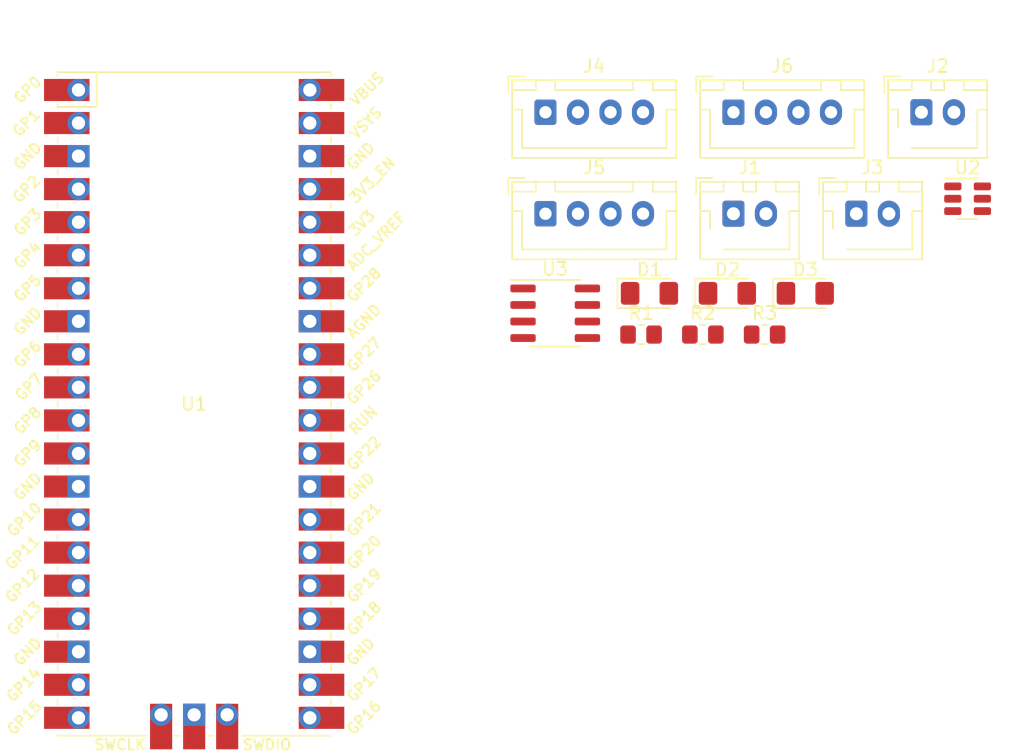
<source format=kicad_pcb>
(kicad_pcb (version 20211014) (generator pcbnew)
  (layers (0 "F.Cu" signal) (31 "B.Cu" signal) (34 "B.Paste" user) (35 "F.Paste" user) (36 "B.SilkS" user "B.Silkscreen") (37 "F.SilkS" user "F.Silkscreen") (38 "B.Mask" user) (39 "F.Mask" user) (44 "Edge.Cuts" user))
  (net 0 "")
  (net 1 "Net-(U1-Pad43)")
  (net 2 "Net-(U1-Pad41)")
  (net 3 "Net-(U1-Pad21)")
  (net 4 "Net-(U1-Pad30)")
  (net 5 "Net-(U1-Pad31)")
  (net 6 "Net-(U1-Pad32)")
  (net 7 "Net-(U1-Pad33)")
  (net 8 "Net-(U1-Pad34)")
  (net 9 "Net-(U1-Pad35)")
  (net 10 "Net-(U1-Pad37)")
  (net 11 "Net-(U1-Pad39)")
  (net 12 "Net-(U1-Pad40)")
  (net 13 "Net-(U1-Pad20)")
  (net 14 "Net-(U1-Pad19)")
  (net 15 "Net-(U1-Pad17)")
  (net 16 "Net-(U1-Pad16)")
  (net 17 "Net-(U1-Pad15)")
  (net 18 "Net-(U1-Pad14)")
  (net 19 "Net-(U1-Pad12)")
  (net 20 "LEDA")
  (net 21 "Net-(D1-Pad1)")
  (net 22 "LEDB")
  (net 23 "Net-(D2-Pad1)")
  (net 24 "LEDC")
  (net 25 "Net-(D3-Pad1)")
  (net 26 "MOTOR1_DIR")
  (net 27 "MOTOR1_PWM")
  (net 28 "MOTOR2_DIR")
  (net 29 "MOTOR2_PWM")
  (net 30 "MOTOR3_DIR")
  (net 31 "MOTOR3_PWM")
  (net 32 "ENC1_B")
  (net 33 "ENC1_A")
  (net 34 "+3V3")
  (net 35 "GND")
  (net 36 "ENC2_B")
  (net 37 "ENC2_A")
  (net 38 "ENC3_B")
  (net 39 "ENC3_A")
  (footprint "MCU_RaspberryPi_and_Boards:RPi_Pico_SMD_TH" (layer "F.Cu") (at 93 89.75)
    (fp_text reference "U1" (at 0 0) (layer "F.SilkS"))
    (fp_text value "Pico")
    (fp_text user "GP19" (at 13.054 13.97 45) (layer "F.SilkS") (effects (font (size 0.8 0.8))))
    (fp_text user "GP6" (at -12.8 -3.81 45) (layer "F.SilkS") (effects (font (size 0.8 0.8))))
    (fp_text user "GND" (at -12.8 -19.05 45) (layer "F.SilkS") (effects (font (size 0.8 0.8))))
    (fp_text user "GP9" (at -12.8 3.81 45) (layer "F.SilkS") (effects (font (size 0.8 0.8))))
    (fp_text user "VBUS" (at 13.3 -24.2 45) (layer "F.SilkS") (effects (font (size 0.8 0.8))))
    (fp_text user "GP17" (at 13.054 21.59 45) (layer "F.SilkS") (effects (font (size 0.8 0.8))))
    (fp_text user "GP21" (at 13.054 8.9 45) (layer "F.SilkS") (effects (font (size 0.8 0.8))))
    (fp_text user "GND" (at -12.8 -6.35 45) (layer "F.SilkS") (effects (font (size 0.8 0.8))))
    (fp_text user "VSYS" (at 13.2 -21.59 45) (layer "F.SilkS") (effects (font (size 0.8 0.8))))
    (fp_text user "SWDIO" (at 5.6 26.2) (layer "F.SilkS") (effects (font (size 0.8 0.8))))
    (fp_text user "GND" (at 12.8 -19.05 45) (layer "F.SilkS") (effects (font (size 0.8 0.8))))
    (fp_text user "GND" (at 12.8 19.05 45) (layer "F.SilkS") (effects (font (size 0.8 0.8))))
    (fp_text user "GP13" (at -13.054 16.51 45) (layer "F.SilkS") (effects (font (size 0.8 0.8))))
    (fp_text user "GND" (at -12.8 6.35 45) (layer "F.SilkS") (effects (font (size 0.8 0.8))))
    (fp_text user "GP10" (at -13.054 8.89 45) (layer "F.SilkS") (effects (font (size 0.8 0.8))))
    (fp_text user "GP0" (at -12.8 -24.13 45) (layer "F.SilkS") (effects (font (size 0.8 0.8))))
    (fp_text user "GP15" (at -13.054 24.13 45) (layer "F.SilkS") (effects (font (size 0.8 0.8))))
    (fp_text user "GP14" (at -13.1 21.59 45) (layer "F.SilkS") (effects (font (size 0.8 0.8))))
    (fp_text user "GP22" (at 13.054 3.81 45) (layer "F.SilkS") (effects (font (size 0.8 0.8))))
    (fp_text user "3V3" (at 12.9 -13.9 45) (layer "F.SilkS") (effects (font (size 0.8 0.8))))
    (fp_text user "GP20" (at 13.054 11.43 45) (layer "F.SilkS") (effects (font (size 0.8 0.8))))
    (fp_text user "GND" (at 12.8 6.35 45) (layer "F.SilkS") (effects (font (size 0.8 0.8))))
    (fp_text user "GP4" (at -12.8 -11.43 45) (layer "F.SilkS") (effects (font (size 0.8 0.8))))
    (fp_text user "3V3_EN" (at 13.7 -17.2 45) (layer "F.SilkS") (effects (font (size 0.8 0.8))))
    (fp_text user "GP8" (at -12.8 1.27 45) (layer "F.SilkS") (effects (font (size 0.8 0.8))))
    (fp_text user "SWCLK" (at -5.7 26.2) (layer "F.SilkS") (effects (font (size 0.8 0.8))))
    (fp_text user "GP7" (at -12.7 -1.3 45) (layer "F.SilkS") (effects (font (size 0.8 0.8))))
    (fp_text user "ADC_VREF" (at 14 -12.5 45) (layer "F.SilkS") (effects (font (size 0.8 0.8))))
    (fp_text user "GP3" (at -12.8 -13.97 45) (layer "F.SilkS") (effects (font (size 0.8 0.8))))
    (fp_text user "GP11" (at -13.2 11.43 45) (layer "F.SilkS") (effects (font (size 0.8 0.8))))
    (fp_text user "GP26" (at 13.054 -1.27 45) (layer "F.SilkS") (effects (font (size 0.8 0.8))))
    (fp_text user "RUN" (at 13 1.27 45) (layer "F.SilkS") (effects (font (size 0.8 0.8))))
    (fp_text user "GP18" (at 13.054 16.51 45) (layer "F.SilkS") (effects (font (size 0.8 0.8))))
    (fp_text user "GND" (at -12.8 19.05 45) (layer "F.SilkS") (effects (font (size 0.8 0.8))))
    (fp_text user "GP5" (at -12.8 -8.89 45) (layer "F.SilkS") (effects (font (size 0.8 0.8))))
    (fp_text user "AGND" (at 13.054 -6.35 45) (layer "F.SilkS") (effects (font (size 0.8 0.8))))
    (fp_text user "GP2" (at -12.9 -16.51 45) (layer "F.SilkS") (effects (font (size 0.8 0.8))))
    (fp_text user "GP12" (at -13.2 13.97 45) (layer "F.SilkS") (effects (font (size 0.8 0.8))))
    (fp_text user "GP16" (at 13.054 24.13 45) (layer "F.SilkS") (effects (font (size 0.8 0.8))))
    (fp_text user "GP28" (at 13.054 -9.144 45) (layer "F.SilkS") (effects (font (size 0.8 0.8))))
    (fp_text user "GP27" (at 13.054 -3.8 45) (layer "F.SilkS") (effects (font (size 0.8 0.8))))
    (fp_text user "GP1" (at -12.9 -21.6 45) (layer "F.SilkS") (effects (font (size 0.8 0.8))))
    (fp_line (start -10.5 17.6) (end -10.5 18) (layer "F.SilkS") (width 0.12))
    (fp_line (start -10.5 4.9) (end -10.5 5.3) (layer "F.SilkS") (width 0.12))
    (fp_line (start 10.5 22.7) (end 10.5 23.1) (layer "F.SilkS") (width 0.12))
    (fp_line (start 10.5 25.5) (end 3.7 25.5) (layer "F.SilkS") (width 0.12))
    (fp_line (start -10.5 -7.8) (end -10.5 -7.4) (layer "F.SilkS") (width 0.12))
    (fp_line (start -10.5 7.4) (end -10.5 7.8) (layer "F.SilkS") (width 0.12))
    (fp_line (start 10.5 -7.8) (end 10.5 -7.4) (layer "F.SilkS") (width 0.12))
    (fp_line (start -1.5 25.5) (end -1.1 25.5) (layer "F.SilkS") (width 0.12))
    (fp_line (start 10.5 12.5) (end 10.5 12.9) (layer "F.SilkS") (width 0.12))
    (fp_line (start -10.5 -10.4) (end -10.5 -10) (layer "F.SilkS") (width 0.12))
    (fp_line (start 10.5 -20.5) (end 10.5 -20.1) (layer "F.SilkS") (width 0.12))
    (fp_line (start -10.5 -25.5) (end -10.5 -25.2) (layer "F.SilkS") (width 0.12))
    (fp_line (start 10.5 -12.9) (end 10.5 -12.5) (layer "F.SilkS") (width 0.12))
    (fp_line (start -10.5 10) (end -10.5 10.4) (layer "F.SilkS") (width 0.12))
    (fp_line (start 10.5 -15.4) (end 10.5 -15) (layer "F.SilkS") (width 0.12))
    (fp_line (start -10.5 -12.9) (end -10.5 -12.5) (layer "F.SilkS") (width 0.12))
    (fp_line (start 1.1 25.5) (end 1.5 25.5) (layer "F.SilkS") (width 0.12))
    (fp_line (start 10.5 17.6) (end 10.5 18) (layer "F.SilkS") (width 0.12))
    (fp_line (start 10.5 10) (end 10.5 10.4) (layer "F.SilkS") (width 0.12))
    (fp_line (start -10.5 -20.5) (end -10.5 -20.1) (layer "F.SilkS") (width 0.12))
    (fp_line (start 10.5 -5.3) (end 10.5 -4.9) (layer "F.SilkS") (width 0.12))
    (fp_line (start 10.5 -25.5) (end 10.5 -25.2) (layer "F.SilkS") (width 0.12))
    (fp_line (start -10.5 -0.2) (end -10.5 0.2) (layer "F.SilkS") (width 0.12))
    (fp_line (start -3.7 25.5) (end -10.5 25.5) (layer "F.SilkS") (width 0.12))
    (fp_line (start 10.5 -0.2) (end 10.5 0.2) (layer "F.SilkS") (width 0.12))
    (fp_line (start 10.5 15.1) (end 10.5 15.5) (layer "F.SilkS") (width 0.12))
    (fp_line (start -10.5 -23.1) (end -10.5 -22.7) (layer "F.SilkS") (width 0.12))
    (fp_line (start 10.5 2.3) (end 10.5 2.7) (layer "F.SilkS") (width 0.12))
    (fp_line (start -10.5 -15.4) (end -10.5 -15) (layer "F.SilkS") (width 0.12))
    (fp_line (start -10.5 20.1) (end -10.5 20.5) (layer "F.SilkS") (width 0.12))
    (fp_line (start -10.5 12.5) (end -10.5 12.9) (layer "F.SilkS") (width 0.12))
    (fp_line (start -10.5 15.1) (end -10.5 15.5) (layer "F.SilkS") (width 0.12))
    (fp_line (start 10.5 -10.4) (end 10.5 -10) (layer "F.SilkS") (width 0.12))
    (fp_line (start -10.5 -18) (end -10.5 -17.6) (layer "F.SilkS") (width 0.12))
    (fp_line (start -10.5 -22.833) (end -7.493 -22.833) (layer "F.SilkS") (width 0.12))
    (fp_line (start -10.5 -5.3) (end -10.5 -4.9) (layer "F.SilkS") (width 0.12))
    (fp_line (start -10.5 2.3) (end -10.5 2.7) (layer "F.SilkS") (width 0.12))
    (fp_line (start -10.5 -25.5) (end 10.5 -25.5) (layer "F.SilkS") (width 0.12))
    (fp_line (start 10.5 7.4) (end 10.5 7.8) (layer "F.SilkS") (width 0.12))
    (fp_line (start 10.5 -18) (end 10.5 -17.6) (layer "F.SilkS") (width 0.12))
    (fp_line (start 10.5 -23.1) (end 10.5 -22.7) (layer "F.SilkS") (width 0.12))
    (fp_line (start 10.5 -2.7) (end 10.5 -2.3) (layer "F.SilkS") (width 0.12))
    (fp_line (start -10.5 -2.7) (end -10.5 -2.3) (layer "F.SilkS") (width 0.12))
    (fp_line (start 10.5 4.9) (end 10.5 5.3) (layer "F.SilkS") (width 0.12))
    (fp_line (start 10.5 20.1) (end 10.5 20.5) (layer "F.SilkS") (width 0.12))
    (fp_line (start -10.5 22.7) (end -10.5 23.1) (layer "F.SilkS") (width 0.12))
    (fp_line (start -7.493 -22.833) (end -7.493 -25.5) (layer "F.SilkS") (width 0.12))
    (pad "" np_thru_hole oval locked (at 2.425 -20.97) (size 1.5 1.5) (drill 1.5) (layers *.Cu *.Mask))
    (pad "" np_thru_hole oval locked (at -2.425 -20.97) (size 1.5 1.5) (drill 1.5) (layers *.Cu *.Mask))
    (pad "" np_thru_hole oval locked (at 2.725 -24) (size 1.8 1.8) (drill 1.8) (layers *.Cu *.Mask))
    (pad "" np_thru_hole oval locked (at -2.725 -24) (size 1.8 1.8) (drill 1.8) (layers *.Cu *.Mask))
    (pad "1" thru_hole oval locked (at -8.89 -24.13) (size 1.7 1.7) (drill 1.02) (layers *.Cu *.Mask) (net 20 "LEDA"))
    (pad "1" smd rect locked (at -8.89 -24.13) (size 3.5 1.7) (drill (offset -0.9 0)) (layers "F.Cu" "F.Mask") (net 20 "LEDA"))
    (pad "2" thru_hole oval locked (at -8.89 -21.59) (size 1.7 1.7) (drill 1.02) (layers *.Cu *.Mask) (net 22 "LEDB"))
    (pad "2" smd rect locked (at -8.89 -21.59) (size 3.5 1.7) (drill (offset -0.9 0)) (layers "F.Cu" "F.Mask") (net 22 "LEDB"))
    (pad "3" smd rect locked (at -8.89 -19.05) (size 3.5 1.7) (drill (offset -0.9 0)) (layers "F.Cu" "F.Mask") (net 35 "GND"))
    (pad "3" thru_hole rect locked (at -8.89 -19.05) (size 1.7 1.7) (drill 1.02) (layers *.Cu *.Mask) (net 35 "GND"))
    (pad "4" thru_hole oval locked (at -8.89 -16.51) (size 1.7 1.7) (drill 1.02) (layers *.Cu *.Mask) (net 24 "LEDC"))
    (pad "4" smd rect locked (at -8.89 -16.51) (size 3.5 1.7) (drill (offset -0.9 0)) (layers "F.Cu" "F.Mask") (net 24 "LEDC"))
    (pad "5" thru_hole oval locked (at -8.89 -13.97) (size 1.7 1.7) (drill 1.02) (layers *.Cu *.Mask) (net 27 "MOTOR1_PWM"))
    (pad "5" smd rect locked (at -8.89 -13.97) (size 3.5 1.7) (drill (offset -0.9 0)) (layers "F.Cu" "F.Mask") (net 27 "MOTOR1_PWM"))
    (pad "6" smd rect locked (at -8.89 -11.43) (size 3.5 1.7) (drill (offset -0.9 0)) (layers "F.Cu" "F.Mask") (net 26 "MOTOR1_DIR"))
    (pad "6" thru_hole oval locked (at -8.89 -11.43) (size 1.7 1.7) (drill 1.02) (layers *.Cu *.Mask) (net 26 "MOTOR1_DIR"))
    (pad "7" smd rect locked (at -8.89 -8.89) (size 3.5 1.7) (drill (offset -0.9 0)) (layers "F.Cu" "F.Mask") (net 29 "MOTOR2_PWM"))
    (pad "7" thru_hole oval locked (at -8.89 -8.89) (size 1.7 1.7) (drill 1.02) (layers *.Cu *.Mask) (net 29 "MOTOR2_PWM"))
    (pad "8" smd rect locked (at -8.89 -6.35) (size 3.5 1.7) (drill (offset -0.9 0)) (layers "F.Cu" "F.Mask") (net 35 "GND"))
    (pad "8" thru_hole rect locked (at -8.89 -6.35) (size 1.7 1.7) (drill 1.02) (layers *.Cu *.Mask) (net 35 "GND"))
    (pad "9" thru_hole oval locked (at -8.89 -3.81) (size 1.7 1.7) (drill 1.02) (layers *.Cu *.Mask) (net 28 "MOTOR2_DIR"))
    (pad "9" smd rect locked (at -8.89 -3.81) (size 3.5 1.7) (drill (offset -0.9 0)) (layers "F.Cu" "F.Mask") (net 28 "MOTOR2_DIR"))
    (pad "10" smd rect locked (at -8.89 -1.27) (size 3.5 1.7) (drill (offset -0.9 0)) (layers "F.Cu" "F.Mask") (net 31 "MOTOR3_PWM"))
    (pad "10" thru_hole oval locked (at -8.89 -1.27) (size 1.7 1.7) (drill 1.02) (layers *.Cu *.Mask) (net 31 "MOTOR3_PWM"))
    (pad "11" smd rect locked (at -8.89 1.27) (size 3.5 1.7) (drill (offset -0.9 0)) (layers "F.Cu" "F.Mask") (net 30 "MOTOR3_DIR"))
    (pad "11" thru_hole oval locked (at -8.89 1.27) (size 1.7 1.7) (drill 1.02) (layers *.Cu *.Mask) (net 30 "MOTOR3_DIR"))
    (pad "12" smd rect locked (at -8.89 3.81) (size 3.5 1.7) (drill (offset -0.9 0)) (layers "F.Cu" "F.Mask") (net 19 "Net-(U1-Pad12)"))
    (pad "12" thru_hole oval locked (at -8.89 3.81) (size 1.7 1.7) (drill 1.02) (layers *.Cu *.Mask) (net 19 "Net-(U1-Pad12)"))
    (pad "13" smd rect locked (at -8.89 6.35) (size 3.5 1.7) (drill (offset -0.9 0)) (layers "F.Cu" "F.Mask") (net 35 "GND"))
    (pad "13" thru_hole rect locked (at -8.89 6.35) (size 1.7 1.7) (drill 1.02) (layers *.Cu *.Mask) (net 35 "GND"))
    (pad "14" smd rect locked (at -8.89 8.89) (size 3.5 1.7) (drill (offset -0.9 0)) (layers "F.Cu" "F.Mask") (net 18 "Net-(U1-Pad14)"))
    (pad "14" thru_hole oval locked (at -8.89 8.89) (size 1.7 1.7) (drill 1.02) (layers *.Cu *.Mask) (net 18 "Net-(U1-Pad14)"))
    (pad "15" smd rect locked (at -8.89 11.43) (size 3.5 1.7) (drill (offset -0.9 0)) (layers "F.Cu" "F.Mask") (net 17 "Net-(U1-Pad15)"))
    (pad "15" thru_hole oval locked (at -8.89 11.43) (size 1.7 1.7) (drill 1.02) (layers *.Cu *.Mask) (net 17 "Net-(U1-Pad15)"))
    (pad "16" thru_hole oval locked (at -8.89 13.97) (size 1.7 1.7) (drill 1.02) (layers *.Cu *.Mask) (net 16 "Net-(U1-Pad16)"))
    (pad "16" smd rect locked (at -8.89 13.97) (size 3.5 1.7) (drill (offset -0.9 0)) (layers "F.Cu" "F.Mask") (net 16 "Net-(U1-Pad16)"))
    (pad "17" smd rect locked (at -8.89 16.51) (size 3.5 1.7) (drill (offset -0.9 0)) (layers "F.Cu" "F.Mask") (net 15 "Net-(U1-Pad17)"))
    (pad "17" thru_hole oval locked (at -8.89 16.51) (size 1.7 1.7) (drill 1.02) (layers *.Cu *.Mask) (net 15 "Net-(U1-Pad17)"))
    (pad "18" thru_hole rect locked (at -8.89 19.05) (size 1.7 1.7) (drill 1.02) (layers *.Cu *.Mask) (net 35 "GND"))
    (pad "18" smd rect locked (at -8.89 19.05) (size 3.5 1.7) (drill (offset -0.9 0)) (layers "F.Cu" "F.Mask") (net 35 "GND"))
    (pad "19" smd rect locked (at -8.89 21.59) (size 3.5 1.7) (drill (offset -0.9 0)) (layers "F.Cu" "F.Mask") (net 14 "Net-(U1-Pad19)"))
    (pad "19" thru_hole oval locked (at -8.89 21.59) (size 1.7 1.7) (drill 1.02) (layers *.Cu *.Mask) (net 14 "Net-(U1-Pad19)"))
    (pad "20" thru_hole oval locked (at -8.89 24.13) (size 1.7 1.7) (drill 1.02) (layers *.Cu *.Mask) (net 13 "Net-(U1-Pad20)"))
    (pad "20" smd rect locked (at -8.89 24.13) (size 3.5 1.7) (drill (offset -0.9 0)) (layers "F.Cu" "F.Mask") (net 13 "Net-(U1-Pad20)"))
    (pad "21" smd rect locked (at 8.89 24.13) (size 3.5 1.7) (drill (offset 0.9 0)) (layers "F.Cu" "F.Mask") (net 3 "Net-(U1-Pad21)"))
    (pad "21" thru_hole oval locked (at 8.89 24.13) (size 1.7 1.7) (drill 1.02) (layers *.Cu *.Mask) (net 3 "Net-(U1-Pad21)"))
    (pad "22" smd rect locked (at 8.89 21.59) (size 3.5 1.7) (drill (offset 0.9 0)) (layers "F.Cu" "F.Mask") (net 38 "ENC3_B"))
    (pad "22" thru_hole oval locked (at 8.89 21.59) (size 1.7 1.7) (drill 1.02) (layers *.Cu *.Mask) (net 38 "ENC3_B"))
    (pad "23" thru_hole rect locked (at 8.89 19.05) (size 1.7 1.7) (drill 1.02) (layers *.Cu *.Mask) (net 35 "GND"))
    (pad "23" smd rect locked (at 8.89 19.05) (size 3.5 1.7) (drill (offset 0.9 0)) (layers "F.Cu" "F.Mask") (net 35 "GND"))
    (pad "24" smd rect locked (at 8.89 16.51) (size 3.5 1.7) (drill (offset 0.9 0)) (layers "F.Cu" "F.Mask") (net 39 "ENC3_A"))
    (pad "24" thru_hole oval locked (at 8.89 16.51) (size 1.7 1.7) (drill 1.02) (layers *.Cu *.Mask) (net 39 "ENC3_A"))
    (pad "25" smd rect locked (at 8.89 13.97) (size 3.5 1.7) (drill (offset 0.9 0)) (layers "F.Cu" "F.Mask") (net 36 "ENC2_B"))
    (pad "25" thru_hole oval locked (at 8.89 13.97) (size 1.7 1.7) (drill 1.02) (layers *.Cu *.Mask) (net 36 "ENC2_B"))
    (pad "26" smd rect locked (at 8.89 11.43) (size 3.5 1.7) (drill (offset 0.9 0)) (layers "F.Cu" "F.Mask") (net 37 "ENC2_A"))
    (pad "26" thru_hole oval locked (at 8.89 11.43) (size 1.7 1.7) (drill 1.02) (layers *.Cu *.Mask) (net 37 "ENC2_A"))
    (pad "27" smd rect locked (at 8.89 8.89) (size 3.5 1.7) (drill (offset 0.9 0)) (layers "F.Cu" "F.Mask") (net 32 "ENC1_B"))
    (pad "27" thru_hole oval locked (at 8.89 8.89) (size 1.7 1.7) (drill 1.02) (layers *.Cu *.Mask) (net 32 "ENC1_B"))
    (pad "28" smd rect locked (at 8.89 6.35) (size 3.5 1.7) (drill (offset 0.9 0)) (layers "F.Cu" "F.Mask") (net 35 "GND"))
    (pad "28" thru_hole rect locked (at 8.89 6.35) (size 1.7 1.7) (drill 1.02) (layers *.Cu *.Mask) (net 35 "GND"))
    (pad "29" smd rect locked (at 8.89 3.81) (size 3.5 1.7) (drill (offset 0.9 0)) (layers "F.Cu" "F.Mask") (net 33 "ENC1_A"))
    (pad "29" thru_hole oval locked (at 8.89 3.81) (size 1.7 1.7) (drill 1.02) (layers *.Cu *.Mask) (net 33 "ENC1_A"))
    (pad "30" thru_hole oval locked (at 8.89 1.27) (size 1.7 1.7) (drill 1.02) (layers *.Cu *.Mask) (net 4 "Net-(U1-Pad30)"))
    (pad "30" smd rect locked (at 8.89 1.27) (size 3.5 1.7) (drill (offset 0.9 0)) (layers "F.Cu" "F.Mask") (net 4 "Net-(U1-Pad30)"))
    (pad "31" smd rect locked (at 8.89 -1.27) (size 3.5 1.7) (drill (offset 0.9 0)) (layers "F.Cu" "F.Mask") (net 5 "Net-(U1-Pad31)"))
    (pad "31" thru_hole oval locked (at 8.89 -1.27) (size 1.7 1.7) (drill 1.02) (layers *.Cu *.Mask) (net 5 "Net-(U1-Pad31)"))
    (pad "32" smd rect locked (at 8.89 -3.81) (size 3.5 1.7) (drill (offset 0.9 0)) (layers "F.Cu" "F.Mask") (net 6 "Net-(U1-Pad32)"))
    (pad "32" thru_hole oval locked (at 8.89 -3.81) (size 1.7 1.7) (drill 1.02) (layers *.Cu *.Mask) (net 6 "Net-(U1-Pad32)"))
    (pad "33" thru_hole rect locked (at 8.89 -6.35) (size 1.7 1.7) (drill 1.02) (layers *.Cu *.Mask) (net 7 "Net-(U1-Pad33)"))
    (pad "33" smd rect locked (at 8.89 -6.35) (size 3.5 1.7) (drill (offset 0.9 0)) (layers "F.Cu" "F.Mask") (net 7 "Net-(U1-Pad33)"))
    (pad "34" smd rect locked (at 8.89 -8.89) (size 3.5 1.7) (drill (offset 0.9 0)) (layers "F.Cu" "F.Mask") (net 8 "Net-(U1-Pad34)"))
    (pad "34" thru_hole oval locked (at 8.89 -8.89) (size 1.7 1.7) (drill 1.02) (layers *.Cu *.Mask) (net 8 "Net-(U1-Pad34)"))
    (pad "35" thru_hole oval locked (at 8.89 -11.43) (size 1.7 1.7) (drill 1.02) (layers *.Cu *.Mask) (net 9 "Net-(U1-Pad35)"))
    (pad "35" smd rect locked (at 8.89 -11.43) (size 3.5 1.7) (drill (offset 0.9 0)) (layers "F.Cu" "F.Mask") (net 9 "Net-(U1-Pad35)"))
    (pad "36" smd rect locked (at 8.89 -13.97) (size 3.5 1.7) (drill (offset 0.9 0)) (layers "F.Cu" "F.Mask") (net 34 "+3V3"))
    (pad "36" thru_hole oval locked (at 8.89 -13.97) (size 1.7 1.7) (drill 1.02) (layers *.Cu *.Mask) (net 34 "+3V3"))
    (pad "37" thru_hole oval locked (at 8.89 -16.51) (size 1.7 1.7) (drill 1.02) (layers *.Cu *.Mask) (net 10 "Net-(U1-Pad37)"))
    (pad "37" smd rect locked (at 8.89 -16.51) (size 3.5 1.7) (drill (offset 0.9 0)) (layers "F.Cu" "F.Mask") (net 10 "Net-(U1-Pad37)"))
    (pad "38" thru_hole rect locked (at 8.89 -19.05) (size 1.7 1.7) (drill 1.02) (layers *.Cu *.Mask) (net 35 "GND"))
    (pad "38" smd rect locked (at 8.89 -19.05) (size 3.5 1.7) (drill (offset 0.9 0)) (layers "F.Cu" "F.Mask") (net 35 "GND"))
    (pad "39" thru_hole oval locked (at 8.89 -21.59) (size 1.7 1.7) (drill 1.02) (layers *.Cu *.Mask) (net 11 "Net-(U1-Pad39)"))
    (pad "39" smd rect locked (at 8.89 -21.59) (size 3.5 1.7) (drill (offset 0.9 0)) (layers "F.Cu" "F.Mask") (net 11 "Net-(U1-Pad39)"))
    (pad "40" thru_hole oval locked (at 8.89 -24.13) (size 1.7 1.7) (drill 1.02) (layers *.Cu *.Mask) (net 12 "Net-(U1-Pad40)"))
    (pad "40" smd rect locked (at 8.89 -24.13) (size 3.5 1.7) (drill (offset 0.9 0)) (layers "F.Cu" "F.Mask") (net 12 "Net-(U1-Pad40)"))
    (pad "41" thru_hole oval locked (at -2.54 23.9) (size 1.7 1.7) (drill 1.02) (layers *.Cu *.Mask) (net 2 "Net-(U1-Pad41)"))
    (pad "41" smd rect locked (at -2.54 23.9 90) (size 3.5 1.7) (drill (offset -0.9 0)) (layers "F.Cu" "F.Mask") (net 2 "Net-(U1-Pad41)"))
    (pad "42" thru_hole rect locked (at 0 23.9) (size 1.7 1.7) (drill 1.02) (layers *.Cu *.Mask) (net 35 "GND"))
    (pad "42" smd rect locked (at 0 23.9 90) (size 3.5 1.7) (drill (offset -0.9 0)) (layers "F.Cu" "F.Mask") (net 35 "GND"))
    (pad "43" smd rect locked (at 2.54 23.9 90) (size 3.5 1.7) (drill (offset -0.9 0)) (layers "F.Cu" "F.Mask") (net 1 "Net-(U1-Pad43)"))
    (pad "43" thru_hole oval locked (at 2.54 23.9) (size 1.7 1.7) (drill 1.02) (layers *.Cu *.Mask) (net 1 "Net-(U1-Pad43)"))
  )
  (footprint "LED_SMD:LED_1206_3216Metric_Pad1.42x1.75mm_HandSolder" (layer "F.Cu") (at 128 81.25)
    (fp_text reference "D1" (at 0 -1.82) (layer "F.SilkS"))
    (fp_text value "LED")
    (fp_line (start -2.46 1.135) (end 1.6 1.135) (layer "F.SilkS") (width 0.12))
    (fp_line (start -2.46 -1.135) (end -2.46 1.135) (layer "F.SilkS") (width 0.12))
    (fp_line (start 1.6 -1.135) (end -2.46 -1.135) (layer "F.SilkS") (width 0.12))
    (pad "1" smd roundrect locked (at -1.4875 0) (size 1.425 1.75) (layers "F.Cu" "F.Paste" "F.Mask") (roundrect_rratio 0.175439) (net 21 "Net-(D1-Pad1)"))
    (pad "2" smd roundrect locked (at 1.4875 0) (size 1.425 1.75) (layers "F.Cu" "F.Paste" "F.Mask") (roundrect_rratio 0.175439) (net 20 "LEDA"))
  )
  (footprint "LED_SMD:LED_1206_3216Metric_Pad1.42x1.75mm_HandSolder" (layer "F.Cu") (at 133.99 81.25)
    (fp_text reference "D2" (at 0 -1.82) (layer "F.SilkS"))
    (fp_text value "LED")
    (fp_line (start 1.6 -1.135) (end -2.46 -1.135) (layer "F.SilkS") (width 0.12))
    (fp_line (start -2.46 1.135) (end 1.6 1.135) (layer "F.SilkS") (width 0.12))
    (fp_line (start -2.46 -1.135) (end -2.46 1.135) (layer "F.SilkS") (width 0.12))
    (pad "1" smd roundrect locked (at -1.4875 0) (size 1.425 1.75) (layers "F.Cu" "F.Paste" "F.Mask") (roundrect_rratio 0.175439) (net 23 "Net-(D2-Pad1)"))
    (pad "2" smd roundrect locked (at 1.4875 0) (size 1.425 1.75) (layers "F.Cu" "F.Paste" "F.Mask") (roundrect_rratio 0.175439) (net 22 "LEDB"))
  )
  (footprint "LED_SMD:LED_1206_3216Metric_Pad1.42x1.75mm_HandSolder" (layer "F.Cu") (at 139.98 81.25)
    (fp_text reference "D3" (at 0 -1.82) (layer "F.SilkS"))
    (fp_text value "LED")
    (fp_line (start -2.46 -1.135) (end -2.46 1.135) (layer "F.SilkS") (width 0.12))
    (fp_line (start -2.46 1.135) (end 1.6 1.135) (layer "F.SilkS") (width 0.12))
    (fp_line (start 1.6 -1.135) (end -2.46 -1.135) (layer "F.SilkS") (width 0.12))
    (pad "1" smd roundrect locked (at -1.4875 0) (size 1.425 1.75) (layers "F.Cu" "F.Paste" "F.Mask") (roundrect_rratio 0.175439) (net 25 "Net-(D3-Pad1)"))
    (pad "2" smd roundrect locked (at 1.4875 0) (size 1.425 1.75) (layers "F.Cu" "F.Paste" "F.Mask") (roundrect_rratio 0.175439) (net 24 "LEDC"))
  )
  (footprint "Connector_JST:JST_XH_B2B-XH-AM_1x02_P2.50mm_Vertical" (layer "F.Cu") (at 134.455 75.13)
    (fp_text reference "J1" (at 1.25 -3.55) (layer "F.SilkS"))
    (fp_text value "Conn_01x02")
    (fp_line (start 1.75 -2.45) (end 0.75 -2.45) (layer "F.SilkS") (width 0.12))
    (fp_line (start 3.25 -1.7) (end 5.05 -1.7) (layer "F.SilkS") (width 0.12))
    (fp_line (start 1.25 2.75) (end -0.74 2.75) (layer "F.SilkS") (width 0.12))
    (fp_line (start 0.75 -2.45) (end 0.75 -1.7) (layer "F.SilkS") (width 0.12))
    (fp_line (start 5.05 -2.45) (end 3.25 -2.45) (layer "F.SilkS") (width 0.12))
    (fp_line (start -2.56 -2.46) (end -2.56 3.51) (layer "F.SilkS") (width 0.12))
    (fp_line (start 4.3 2.75) (end 1.25 2.75) (layer "F.SilkS") (width 0.12))
    (fp_line (start 4.3 -0.2) (end 4.3 2.75) (layer "F.SilkS") (width 0.12))
    (fp_line (start 1.75 -1.7) (end 1.75 -2.45) (layer "F.SilkS") (width 0.12))
    (fp_line (start -0.75 -1.7) (end -0.75 -2.45) (layer "F.SilkS") (width 0.12))
    (fp_line (start 5.05 -0.2) (end 4.3 -0.2) (layer "F.SilkS") (width 0.12))
    (fp_line (start -2.56 3.51) (end 5.06 3.51) (layer "F.SilkS") (width 0.12))
    (fp_line (start -2.55 -1.7) (end -0.75 -1.7) (layer "F.SilkS") (width 0.12))
    (fp_line (start -2.85 -2.75) (end -2.85 -1.5) (layer "F.SilkS") (width 0.12))
    (fp_line (start 0.75 -1.7) (end 1.75 -1.7) (layer "F.SilkS") (width 0.12))
    (fp_line (start 5.05 -1.7) (end 5.05 -2.45) (layer "F.SilkS") (width 0.12))
    (fp_line (start 5.06 3.51) (end 5.06 -2.46) (layer "F.SilkS") (width 0.12))
    (fp_line (start -2.55 -2.45) (end -2.55 -1.7) (layer "F.SilkS") (width 0.12))
    (fp_line (start 3.25 -2.45) (end 3.25 -1.7) (layer "F.SilkS") (width 0.12))
    (fp_line (start -0.75 -2.45) (end -2.55 -2.45) (layer "F.SilkS") (width 0.12))
    (fp_line (start -2.55 -0.2) (end -1.8 -0.2) (layer "F.SilkS") (width 0.12))
    (fp_line (start 5.06 -2.46) (end -2.56 -2.46) (layer "F.SilkS") (width 0.12))
    (fp_line (start -1.8 -0.2) (end -1.8 1.14) (layer "F.SilkS") (width 0.12))
    (fp_line (start -1.6 -2.75) (end -2.85 -2.75) (layer "F.SilkS") (width 0.12))
    (pad "" np_thru_hole circle locked (at -1.6 2) (size 1.2 1.2) (drill 1.2) (layers *.Cu *.Mask))
    (pad "1" thru_hole roundrect locked (at 0 0) (size 1.7 2) (drill 1) (layers *.Cu *.Mask) (roundrect_rratio 0.147059) (net 27 "MOTOR1_PWM"))
    (pad "2" thru_hole oval locked (at 2.5 0) (size 1.7 2) (drill 1) (layers *.Cu *.Mask) (net 26 "MOTOR1_DIR"))
  )
  (footprint "Connector_JST:JST_XH_B2B-XH-AM_1x02_P2.50mm_Vertical" (layer "F.Cu") (at 148.905 67.33)
    (fp_text reference "J2" (at 1.25 -3.55) (layer "F.SilkS"))
    (fp_text value "Conn_01x02")
    (fp_line (start 5.06 3.51) (end 5.06 -2.46) (layer "F.SilkS") (width 0.12))
    (fp_line (start -2.55 -1.7) (end -0.75 -1.7) (layer "F.SilkS") (width 0.12))
    (fp_line (start -1.8 -0.2) (end -1.8 1.14) (layer "F.SilkS") (width 0.12))
    (fp_line (start 5.05 -0.2) (end 4.3 -0.2) (layer "F.SilkS") (width 0.12))
    (fp_line (start -2.56 3.51) (end 5.06 3.51) (layer "F.SilkS") (width 0.12))
    (fp_line (start 1.25 2.75) (end -0.74 2.75) (layer "F.SilkS") (width 0.12))
    (fp_line (start -1.6 -2.75) (end -2.85 -2.75) (layer "F.SilkS") (width 0.12))
    (fp_line (start 1.75 -1.7) (end 1.75 -2.45) (layer "F.SilkS") (width 0.12))
    (fp_line (start 4.3 -0.2) (end 4.3 2.75) (layer "F.SilkS") (width 0.12))
    (fp_line (start -2.55 -2.45) (end -2.55 -1.7) (layer "F.SilkS") (width 0.12))
    (fp_line (start 3.25 -2.45) (end 3.25 -1.7) (layer "F.SilkS") (width 0.12))
    (fp_line (start 5.05 -2.45) (end 3.25 -2.45) (layer "F.SilkS") (width 0.12))
    (fp_line (start -2.56 -2.46) (end -2.56 3.51) (layer "F.SilkS") (width 0.12))
    (fp_line (start 0.75 -2.45) (end 0.75 -1.7) (layer "F.SilkS") (width 0.12))
    (fp_line (start 1.75 -2.45) (end 0.75 -2.45) (layer "F.SilkS") (width 0.12))
    (fp_line (start -2.85 -2.75) (end -2.85 -1.5) (layer "F.SilkS") (width 0.12))
    (fp_line (start 5.06 -2.46) (end -2.56 -2.46) (layer "F.SilkS") (width 0.12))
    (fp_line (start 4.3 2.75) (end 1.25 2.75) (layer "F.SilkS") (width 0.12))
    (fp_line (start 5.05 -1.7) (end 5.05 -2.45) (layer "F.SilkS") (width 0.12))
    (fp_line (start -0.75 -1.7) (end -0.75 -2.45) (layer "F.SilkS") (width 0.12))
    (fp_line (start -0.75 -2.45) (end -2.55 -2.45) (layer "F.SilkS") (width 0.12))
    (fp_line (start 3.25 -1.7) (end 5.05 -1.7) (layer "F.SilkS") (width 0.12))
    (fp_line (start -2.55 -0.2) (end -1.8 -0.2) (layer "F.SilkS") (width 0.12))
    (fp_line (start 0.75 -1.7) (end 1.75 -1.7) (layer "F.SilkS") (width 0.12))
    (pad "" np_thru_hole circle locked (at -1.6 2) (size 1.2 1.2) (drill 1.2) (layers *.Cu *.Mask))
    (pad "1" thru_hole roundrect locked (at 0 0) (size 1.7 2) (drill 1) (layers *.Cu *.Mask) (roundrect_rratio 0.147059) (net 29 "MOTOR2_PWM"))
    (pad "2" thru_hole oval locked (at 2.5 0) (size 1.7 2) (drill 1) (layers *.Cu *.Mask) (net 28 "MOTOR2_DIR"))
  )
  (footprint "Connector_JST:JST_XH_B2B-XH-AM_1x02_P2.50mm_Vertical" (layer "F.Cu") (at 143.905 75.13)
    (fp_text reference "J3" (at 1.25 -3.55) (layer "F.SilkS"))
    (fp_text value "Conn_01x02")
    (fp_line (start 3.25 -2.45) (end 3.25 -1.7) (layer "F.SilkS") (width 0.12))
    (fp_line (start 5.05 -1.7) (end 5.05 -2.45) (layer "F.SilkS") (width 0.12))
    (fp_line (start -1.8 -0.2) (end -1.8 1.14) (layer "F.SilkS") (width 0.12))
    (fp_line (start 3.25 -1.7) (end 5.05 -1.7) (layer "F.SilkS") (width 0.12))
    (fp_line (start 5.05 -2.45) (end 3.25 -2.45) (layer "F.SilkS") (width 0.12))
    (fp_line (start 0.75 -1.7) (end 1.75 -1.7) (layer "F.SilkS") (width 0.12))
    (fp_line (start -0.75 -1.7) (end -0.75 -2.45) (layer "F.SilkS") (width 0.12))
    (fp_line (start -1.6 -2.75) (end -2.85 -2.75) (layer "F.SilkS") (width 0.12))
    (fp_line (start 5.05 -0.2) (end 4.3 -0.2) (layer "F.SilkS") (width 0.12))
    (fp_line (start 0.75 -2.45) (end 0.75 -1.7) (layer "F.SilkS") (width 0.12))
    (fp_line (start -0.75 -2.45) (end -2.55 -2.45) (layer "F.SilkS") (width 0.12))
    (fp_line (start -2.55 -2.45) (end -2.55 -1.7) (layer "F.SilkS") (width 0.12))
    (fp_line (start -2.55 -0.2) (end -1.8 -0.2) (layer "F.SilkS") (width 0.12))
    (fp_line (start 5.06 -2.46) (end -2.56 -2.46) (layer "F.SilkS") (width 0.12))
    (fp_line (start -2.85 -2.75) (end -2.85 -1.5) (layer "F.SilkS") (width 0.12))
    (fp_line (start -2.56 -2.46) (end -2.56 3.51) (layer "F.SilkS") (width 0.12))
    (fp_line (start 4.3 2.75) (end 1.25 2.75) (layer "F.SilkS") (width 0.12))
    (fp_line (start 1.75 -2.45) (end 0.75 -2.45) (layer "F.SilkS") (width 0.12))
    (fp_line (start -2.55 -1.7) (end -0.75 -1.7) (layer "F.SilkS") (width 0.12))
    (fp_line (start 5.06 3.51) (end 5.06 -2.46) (layer "F.SilkS") (width 0.12))
    (fp_line (start 4.3 -0.2) (end 4.3 2.75) (layer "F.SilkS") (width 0.12))
    (fp_line (start 1.75 -1.7) (end 1.75 -2.45) (layer "F.SilkS") (width 0.12))
    (fp_line (start -2.56 3.51) (end 5.06 3.51) (layer "F.SilkS") (width 0.12))
    (fp_line (start 1.25 2.75) (end -0.74 2.75) (layer "F.SilkS") (width 0.12))
    (pad "" np_thru_hole circle locked (at -1.6 2) (size 1.2 1.2) (drill 1.2) (layers *.Cu *.Mask))
    (pad "1" thru_hole roundrect locked (at 0 0) (size 1.7 2) (drill 1) (layers *.Cu *.Mask) (roundrect_rratio 0.147059) (net 31 "MOTOR3_PWM"))
    (pad "2" thru_hole oval locked (at 2.5 0) (size 1.7 2) (drill 1) (layers *.Cu *.Mask) (net 30 "MOTOR3_DIR"))
  )
  (footprint "Connector_JST:JST_XH_B4B-XH-A_1x04_P2.50mm_Vertical" (layer "F.Cu") (at 120.005 67.33)
    (fp_text reference "J4" (at 3.75 -3.55) (layer "F.SilkS"))
    (fp_text value "Conn_01x04")
    (fp_line (start -2.55 -1.7) (end -0.75 -1.7) (layer "F.SilkS") (width 0.12))
    (fp_line (start 9.3 -0.2) (end 9.3 2.75) (layer "F.SilkS") (width 0.12))
    (fp_line (start 0.75 -2.45) (end 0.75 -1.7) (layer "F.SilkS") (width 0.12))
    (fp_line (start -2.85 -2.75) (end -2.85 -1.5) (layer "F.SilkS") (width 0.12))
    (fp_line (start -2.55 -2.45) (end -2.55 -1.7) (layer "F.SilkS") (width 0.12))
    (fp_line (start -1.8 -0.2) (end -1.8 2.75) (layer "F.SilkS") (width 0.12))
    (fp_line (start 10.06 3.51) (end 10.06 -2.46) (layer "F.SilkS") (width 0.12))
    (fp_line (start 0.75 -1.7) (end 6.75 -1.7) (layer "F.SilkS") (width 0.12))
    (fp_line (start -2.55 -0.2) (end -1.8 -0.2) (layer "F.SilkS") (width 0.12))
    (fp_line (start 10.05 -1.7) (end 10.05 -2.45) (layer "F.SilkS") (width 0.12))
    (fp_line (start -2.56 3.51) (end 10.06 3.51) (layer "F.SilkS") (width 0.12))
    (fp_line (start -1.6 -2.75) (end -2.85 -2.75) (layer "F.SilkS") (width 0.12))
    (fp_line (start -1.8 2.75) (end 3.75 2.75) (layer "F.SilkS") (width 0.12))
    (fp_line (start -0.75 -2.45) (end -2.55 -2.45) (layer "F.SilkS") (width 0.12))
    (fp_line (start 8.25 -1.7) (end 10.05 -1.7) (layer "F.SilkS") (width 0.12))
    (fp_line (start 10.06 -2.46) (end -2.56 -2.46) (layer "F.SilkS") (width 0.12))
    (fp_line (start 10.05 -2.45) (end 8.25 -2.45) (layer "F.SilkS") (width 0.12))
    (fp_line (start 10.05 -0.2) (end 9.3 -0.2) (layer "F.SilkS") (width 0.12))
    (fp_line (start -2.56 -2.46) (end -2.56 3.51) (layer "F.SilkS") (width 0.12))
    (fp_line (start 8.25 -2.45) (end 8.25 -1.7) (layer "F.SilkS") (width 0.12))
    (fp_line (start 9.3 2.75) (end 3.75 2.75) (layer "F.SilkS") (width 0.12))
    (fp_line (start 6.75 -1.7) (end 6.75 -2.45) (layer "F.SilkS") (width 0.12))
    (fp_line (start -0.75 -1.7) (end -0.75 -2.45) (layer "F.SilkS") (width 0.12))
    (fp_line (start 6.75 -2.45) (end 0.75 -2.45) (layer "F.SilkS") (width 0.12))
    (pad "1" thru_hole roundrect locked (at 0 0) (size 1.7 1.95) (drill 0.95) (layers *.Cu *.Mask) (roundrect_rratio 0.147059) (net 35 "GND"))
    (pad "2" thru_hole oval locked (at 2.5 0) (size 1.7 1.95) (drill 0.95) (layers *.Cu *.Mask) (net 34 "+3V3"))
    (pad "3" thru_hole oval locked (at 5 0) (size 1.7 1.95) (drill 0.95) (layers *.Cu *.Mask) (net 33 "ENC1_A"))
    (pad "4" thru_hole oval locked (at 7.5 0) (size 1.7 1.95) (drill 0.95) (layers *.Cu *.Mask) (net 32 "ENC1_B"))
  )
  (footprint "Connector_JST:JST_XH_B4B-XH-A_1x04_P2.50mm_Vertical" (layer "F.Cu") (at 120.005 75.13)
    (fp_text reference "J5" (at 3.75 -3.55) (layer "F.SilkS"))
    (fp_text value "Conn_01x04")
    (fp_line (start 10.05 -2.45) (end 8.25 -2.45) (layer "F.SilkS") (width 0.12))
    (fp_line (start 8.25 -2.45) (end 8.25 -1.7) (layer "F.SilkS") (width 0.12))
    (fp_line (start 0.75 -2.45) (end 0.75 -1.7) (layer "F.SilkS") (width 0.12))
    (fp_line (start -0.75 -1.7) (end -0.75 -2.45) (layer "F.SilkS") (width 0.12))
    (fp_line (start 0.75 -1.7) (end 6.75 -1.7) (layer "F.SilkS") (width 0.12))
    (fp_line (start -2.55 -1.7) (end -0.75 -1.7) (layer "F.SilkS") (width 0.12))
    (fp_line (start -1.8 -0.2) (end -1.8 2.75) (layer "F.SilkS") (width 0.12))
    (fp_line (start -1.6 -2.75) (end -2.85 -2.75) (layer "F.SilkS") (width 0.12))
    (fp_line (start 8.25 -1.7) (end 10.05 -1.7) (layer "F.SilkS") (width 0.12))
    (fp_line (start 10.05 -0.2) (end 9.3 -0.2) (layer "F.SilkS") (width 0.12))
    (fp_line (start -2.56 3.51) (end 10.06 3.51) (layer "F.SilkS") (width 0.12))
    (fp_line (start -2.56 -2.46) (end -2.56 3.51) (layer "F.SilkS") (width 0.12))
    (fp_line (start 10.06 -2.46) (end -2.56 -2.46) (layer "F.SilkS") (width 0.12))
    (fp_line (start -2.55 -2.45) (end -2.55 -1.7) (layer "F.SilkS") (width 0.12))
    (fp_line (start -1.8 2.75) (end 3.75 2.75) (layer "F.SilkS") (width 0.12))
    (fp_line (start 9.3 2.75) (end 3.75 2.75) (layer "F.SilkS") (width 0.12))
    (fp_line (start -2.55 -0.2) (end -1.8 -0.2) (layer "F.SilkS") (width 0.12))
    (fp_line (start 9.3 -0.2) (end 9.3 2.75) (layer "F.SilkS") (width 0.12))
    (fp_line (start 10.06 3.51) (end 10.06 -2.46) (layer "F.SilkS") (width 0.12))
    (fp_line (start 6.75 -2.45) (end 0.75 -2.45) (layer "F.SilkS") (width 0.12))
    (fp_line (start 6.75 -1.7) (end 6.75 -2.45) (layer "F.SilkS") (width 0.12))
    (fp_line (start 10.05 -1.7) (end 10.05 -2.45) (layer "F.SilkS") (width 0.12))
    (fp_line (start -2.85 -2.75) (end -2.85 -1.5) (layer "F.SilkS") (width 0.12))
    (fp_line (start -0.75 -2.45) (end -2.55 -2.45) (layer "F.SilkS") (width 0.12))
    (pad "1" thru_hole roundrect locked (at 0 0) (size 1.7 1.95) (drill 0.95) (layers *.Cu *.Mask) (roundrect_rratio 0.147059) (net 35 "GND"))
    (pad "2" thru_hole oval locked (at 2.5 0) (size 1.7 1.95) (drill 0.95) (layers *.Cu *.Mask) (net 34 "+3V3"))
    (pad "3" thru_hole oval locked (at 5 0) (size 1.7 1.95) (drill 0.95) (layers *.Cu *.Mask) (net 37 "ENC2_A"))
    (pad "4" thru_hole oval locked (at 7.5 0) (size 1.7 1.95) (drill 0.95) (layers *.Cu *.Mask) (net 36 "ENC2_B"))
  )
  (footprint "Connector_JST:JST_XH_B4B-XH-A_1x04_P2.50mm_Vertical" (layer "F.Cu") (at 134.455 67.33)
    (fp_text reference "J6" (at 3.75 -3.55) (layer "F.SilkS"))
    (fp_text value "Conn_01x04")
    (fp_line (start 8.25 -2.45) (end 8.25 -1.7) (layer "F.SilkS") (width 0.12))
    (fp_line (start -2.56 -2.46) (end -2.56 3.51) (layer "F.SilkS") (width 0.12))
    (fp_line (start 0.75 -2.45) (end 0.75 -1.7) (layer "F.SilkS") (width 0.12))
    (fp_line (start 9.3 2.75) (end 3.75 2.75) (layer "F.SilkS") (width 0.12))
    (fp_line (start -2.55 -0.2) (end -1.8 -0.2) (layer "F.SilkS") (width 0.12))
    (fp_line (start 10.05 -0.2) (end 9.3 -0.2) (layer "F.SilkS") (width 0.12))
    (fp_line (start 8.25 -1.7) (end 10.05 -1.7) (layer "F.SilkS") (width 0.12))
    (fp_line (start -2.85 -2.75) (end -2.85 -1.5) (layer "F.SilkS") (width 0.12))
    (fp_line (start 6.75 -2.45) (end 0.75 -2.45) (layer "F.SilkS") (width 0.12))
    (fp_line (start 10.06 3.51) (end 10.06 -2.46) (layer "F.SilkS") (width 0.12))
    (fp_line (start -0.75 -2.45) (end -2.55 -2.45) (layer "F.SilkS") (width 0.12))
    (fp_line (start -0.75 -1.7) (end -0.75 -2.45) (layer "F.SilkS") (width 0.12))
    (fp_line (start -1.8 -0.2) (end -1.8 2.75) (layer "F.SilkS") (width 0.12))
    (fp_line (start -2.56 3.51) (end 10.06 3.51) (layer "F.SilkS") (width 0.12))
    (fp_line (start 10.06 -2.46) (end -2.56 -2.46) (layer "F.SilkS") (width 0.12))
    (fp_line (start 0.75 -1.7) (end 6.75 -1.7) (layer "F.SilkS") (width 0.12))
    (fp_line (start 10.05 -2.45) (end 8.25 -2.45) (layer "F.SilkS") (width 0.12))
    (fp_line (start -2.55 -1.7) (end -0.75 -1.7) (layer "F.SilkS") (width 0.12))
    (fp_line (start -1.8 2.75) (end 3.75 2.75) (layer "F.SilkS") (width 0.12))
    (fp_line (start -2.55 -2.45) (end -2.55 -1.7) (layer "F.SilkS") (width 0.12))
    (fp_line (start -1.6 -2.75) (end -2.85 -2.75) (layer "F.SilkS") (width 0.12))
    (fp_line (start 9.3 -0.2) (end 9.3 2.75) (layer "F.SilkS") (width 0.12))
    (fp_line (start 6.75 -1.7) (end 6.75 -2.45) (layer "F.SilkS") (width 0.12))
    (fp_line (start 10.05 -1.7) (end 10.05 -2.45) (layer "F.SilkS") (width 0.12))
    (pad "1" thru_hole roundrect locked (at 0 0) (size 1.7 1.95) (drill 0.95) (layers *.Cu *.Mask) (roundrect_rratio 0.147059) (net 35 "GND"))
    (pad "2" thru_hole oval locked (at 2.5 0) (size 1.7 1.95) (drill 0.95) (layers *.Cu *.Mask) (net 34 "+3V3"))
    (pad "3" thru_hole oval locked (at 5 0) (size 1.7 1.95) (drill 0.95) (layers *.Cu *.Mask) (net 39 "ENC3_A"))
    (pad "4" thru_hole oval locked (at 7.5 0) (size 1.7 1.95) (drill 0.95) (layers *.Cu *.Mask) (net 38 "ENC3_B"))
  )
  (footprint "Resistor_SMD:R_0805_2012Metric_Pad1.20x1.40mm_HandSolder" (layer "F.Cu") (at 127.355 84.42)
    (fp_text reference "R1" (at 0 -1.65) (layer "F.SilkS"))
    (fp_text value "R")
    (fp_line (start -0.227064 -0.735) (end 0.227064 -0.735) (layer "F.SilkS") (width 0.12))
    (fp_line (start -0.227064 0.735) (end 0.227064 0.735) (layer "F.SilkS") (width 0.12))
    (pad "1" smd roundrect locked (at -1 0) (size 1.2 1.4) (layers "F.Cu" "F.Paste" "F.Mask") (roundrect_rratio 0.208333) (net 35 "GND"))
    (pad "2" smd roundrect locked (at 1 0) (size 1.2 1.4) (layers "F.Cu" "F.Paste" "F.Mask") (roundrect_rratio 0.208333) (net 21 "Net-(D1-Pad1)"))
  )
  (footprint "Resistor_SMD:R_0805_2012Metric_Pad1.20x1.40mm_HandSolder" (layer "F.Cu") (at 132.105 84.42)
    (fp_text reference "R2" (at 0 -1.65) (layer "F.SilkS"))
    (fp_text value "R")
    (fp_line (start -0.227064 0.735) (end 0.227064 0.735) (layer "F.SilkS") (width 0.12))
    (fp_line (start -0.227064 -0.735) (end 0.227064 -0.735) (layer "F.SilkS") (width 0.12))
    (pad "1" smd roundrect locked (at -1 0) (size 1.2 1.4) (layers "F.Cu" "F.Paste" "F.Mask") (roundrect_rratio 0.208333) (net 35 "GND"))
    (pad "2" smd roundrect locked (at 1 0) (size 1.2 1.4) (layers "F.Cu" "F.Paste" "F.Mask") (roundrect_rratio 0.208333) (net 23 "Net-(D2-Pad1)"))
  )
  (footprint "Resistor_SMD:R_0805_2012Metric_Pad1.20x1.40mm_HandSolder" (layer "F.Cu") (at 136.855 84.42)
    (fp_text reference "R3" (at 0 -1.65) (layer "F.SilkS"))
    (fp_text value "R")
    (fp_line (start -0.227064 0.735) (end 0.227064 0.735) (layer "F.SilkS") (width 0.12))
    (fp_line (start -0.227064 -0.735) (end 0.227064 -0.735) (layer "F.SilkS") (width 0.12))
    (pad "1" smd roundrect locked (at -1 0) (size 1.2 1.4) (layers "F.Cu" "F.Paste" "F.Mask") (roundrect_rratio 0.208333) (net 35 "GND"))
    (pad "2" smd roundrect locked (at 1 0) (size 1.2 1.4) (layers "F.Cu" "F.Paste" "F.Mask") (roundrect_rratio 0.208333) (net 25 "Net-(D3-Pad1)"))
  )
  (footprint "Package_TO_SOT_SMD:SOT-23-6" (layer "F.Cu") (at 152.455 73.98)
    (fp_text reference "U2" (at 0 -2.4) (layer "F.SilkS"))
    (fp_text value "TPS563200")
    (fp_line (start 0 -1.56) (end -1.8 -1.56) (layer "F.SilkS") (width 0.12))
    (fp_line (start 0 -1.56) (end 0.8 -1.56) (layer "F.SilkS") (width 0.12))
    (fp_line (start 0 1.56) (end 0.8 1.56) (layer "F.SilkS") (width 0.12))
    (fp_line (start 0 1.56) (end -0.8 1.56) (layer "F.SilkS") (width 0.12))
    (pad "1" smd roundrect locked (at -1.1375 -0.95) (size 1.325 0.6) (layers "F.Cu" "F.Paste" "F.Mask"))
    (pad "2" smd roundrect locked (at -1.1375 0) (size 1.325 0.6) (layers "F.Cu" "F.Paste" "F.Mask"))
    (pad "3" smd roundrect locked (at -1.1375 0.95) (size 1.325 0.6) (layers "F.Cu" "F.Paste" "F.Mask"))
    (pad "4" smd roundrect locked (at 1.1375 0.95) (size 1.325 0.6) (layers "F.Cu" "F.Paste" "F.Mask"))
    (pad "5" smd roundrect locked (at 1.1375 0) (size 1.325 0.6) (layers "F.Cu" "F.Paste" "F.Mask"))
    (pad "6" smd roundrect locked (at 1.1375 -0.95) (size 1.325 0.6) (layers "F.Cu" "F.Paste" "F.Mask"))
  )
  (footprint "Package_SO:SOIC-8_3.9x4.9mm_P1.27mm" (layer "F.Cu") (at 120.755 82.78)
    (fp_text reference "U3" (at 0 -3.4) (layer "F.SilkS"))
    (fp_text value "BD9001F")
    (fp_line (start 0 -2.56) (end 1.95 -2.56) (layer "F.SilkS") (width 0.12))
    (fp_line (start 0 -2.56) (end -3.45 -2.56) (layer "F.SilkS") (width 0.12))
    (fp_line (start 0 2.56) (end -1.95 2.56) (layer "F.SilkS") (width 0.12))
    (fp_line (start 0 2.56) (end 1.95 2.56) (layer "F.SilkS") (width 0.12))
    (pad "1" smd roundrect locked (at -2.475 -1.905) (size 1.95 0.6) (layers "F.Cu" "F.Paste" "F.Mask"))
    (pad "2" smd roundrect locked (at -2.475 -0.635) (size 1.95 0.6) (layers "F.Cu" "F.Paste" "F.Mask"))
    (pad "3" smd roundrect locked (at -2.475 0.635) (size 1.95 0.6) (layers "F.Cu" "F.Paste" "F.Mask"))
    (pad "4" smd roundrect locked (at -2.475 1.905) (size 1.95 0.6) (layers "F.Cu" "F.Paste" "F.Mask"))
    (pad "5" smd roundrect locked (at 2.475 1.905) (size 1.95 0.6) (layers "F.Cu" "F.Paste" "F.Mask"))
    (pad "6" smd roundrect locked (at 2.475 0.635) (size 1.95 0.6) (layers "F.Cu" "F.Paste" "F.Mask"))
    (pad "7" smd roundrect locked (at 2.475 -0.635) (size 1.95 0.6) (layers "F.Cu" "F.Paste" "F.Mask"))
    (pad "8" smd roundrect locked (at 2.475 -1.905) (size 1.95 0.6) (layers "F.Cu" "F.Paste" "F.Mask"))
  )
)
</source>
